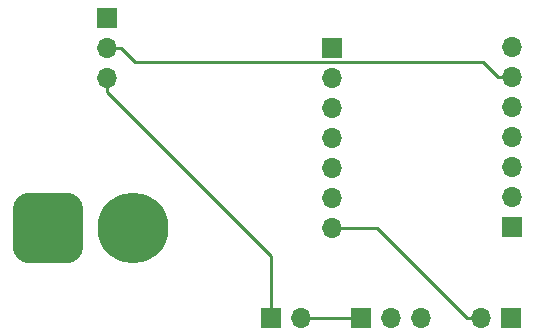
<source format=gbr>
%TF.GenerationSoftware,KiCad,Pcbnew,6.0.4-6f826c9f35~116~ubuntu20.04.1*%
%TF.CreationDate,2022-04-11T14:42:18+02:00*%
%TF.ProjectId,TestProject,54657374-5072-46f6-9a65-63742e6b6963,rev?*%
%TF.SameCoordinates,Original*%
%TF.FileFunction,Copper,L1,Top*%
%TF.FilePolarity,Positive*%
%FSLAX46Y46*%
G04 Gerber Fmt 4.6, Leading zero omitted, Abs format (unit mm)*
G04 Created by KiCad (PCBNEW 6.0.4-6f826c9f35~116~ubuntu20.04.1) date 2022-04-11 14:42:18*
%MOMM*%
%LPD*%
G01*
G04 APERTURE LIST*
G04 Aperture macros list*
%AMRoundRect*
0 Rectangle with rounded corners*
0 $1 Rounding radius*
0 $2 $3 $4 $5 $6 $7 $8 $9 X,Y pos of 4 corners*
0 Add a 4 corners polygon primitive as box body*
4,1,4,$2,$3,$4,$5,$6,$7,$8,$9,$2,$3,0*
0 Add four circle primitives for the rounded corners*
1,1,$1+$1,$2,$3*
1,1,$1+$1,$4,$5*
1,1,$1+$1,$6,$7*
1,1,$1+$1,$8,$9*
0 Add four rect primitives between the rounded corners*
20,1,$1+$1,$2,$3,$4,$5,0*
20,1,$1+$1,$4,$5,$6,$7,0*
20,1,$1+$1,$6,$7,$8,$9,0*
20,1,$1+$1,$8,$9,$2,$3,0*%
G04 Aperture macros list end*
%TA.AperFunction,ComponentPad*%
%ADD10O,1.700000X1.700000*%
%TD*%
%TA.AperFunction,ComponentPad*%
%ADD11R,1.700000X1.700000*%
%TD*%
%TA.AperFunction,ComponentPad*%
%ADD12C,6.000000*%
%TD*%
%TA.AperFunction,ComponentPad*%
%ADD13RoundRect,1.500000X-1.500000X-1.500000X1.500000X-1.500000X1.500000X1.500000X-1.500000X1.500000X0*%
%TD*%
%TA.AperFunction,Conductor*%
%ADD14C,0.250000*%
%TD*%
G04 APERTURE END LIST*
D10*
%TO.P,J6,2,Pin_2*%
%TO.N,UART TX*%
X55880000Y-40640000D03*
D11*
%TO.P,J6,1,Pin_1*%
%TO.N,UART RX*%
X58420000Y-40640000D03*
%TD*%
D10*
%TO.P,J3,7,Pin_7*%
%TO.N,UART TX*%
X43309700Y-33000000D03*
%TO.P,J3,6,Pin_6*%
%TO.N,unconnected-(J3-Pad6)*%
X43309700Y-30460000D03*
%TO.P,J3,5,Pin_5*%
%TO.N,SIG_LED*%
X43309700Y-27920000D03*
%TO.P,J3,4,Pin_4*%
%TO.N,unconnected-(J3-Pad4)*%
X43309700Y-25380000D03*
%TO.P,J3,3,Pin_3*%
%TO.N,unconnected-(J3-Pad3)*%
X43309700Y-22840000D03*
%TO.P,J3,2,Pin_2*%
%TO.N,unconnected-(J3-Pad2)*%
X43309700Y-20300000D03*
D11*
%TO.P,J3,1,Pin_1*%
%TO.N,unconnected-(J3-Pad1)*%
X43309700Y-17760000D03*
%TD*%
D12*
%TO.P,J1,2,Pin_2*%
%TO.N,Vin*%
X26460000Y-33020000D03*
D13*
%TO.P,J1,1,Pin_1*%
%TO.N,GND*%
X19260000Y-33020000D03*
%TD*%
D10*
%TO.P,J3_1,7,Pin_7*%
%TO.N,ButtonOut*%
X58549700Y-17740000D03*
%TO.P,J3_1,6,Pin_6*%
%TO.N,GND*%
X58549700Y-20280000D03*
%TO.P,J3_1,5,Pin_5*%
%TO.N,unconnected-(J3_1-Pad5)*%
X58549700Y-22820000D03*
%TO.P,J3_1,4,Pin_4*%
%TO.N,unconnected-(J3_1-Pad4)*%
X58549700Y-25360000D03*
%TO.P,J3_1,3,Pin_3*%
%TO.N,unconnected-(J3_1-Pad3)*%
X58549700Y-27900000D03*
%TO.P,J3_1,2,Pin_2*%
%TO.N,unconnected-(J3_1-Pad2)*%
X58549700Y-30440000D03*
D11*
%TO.P,J3_1,1,Pin_1*%
%TO.N,UART RX*%
X58549700Y-32980000D03*
%TD*%
D10*
%TO.P,J4,2,Pin_2*%
%TO.N,ButtonOut*%
X40640000Y-40640000D03*
D11*
%TO.P,J4,1,Pin_1*%
%TO.N,V5*%
X38100000Y-40640000D03*
%TD*%
D10*
%TO.P,J5,3,Pin_3*%
%TO.N,GND*%
X50800000Y-40640000D03*
%TO.P,J5,2,Pin_2*%
%TO.N,SIG_LED*%
X48260000Y-40640000D03*
D11*
%TO.P,J5,1,Pin_1*%
%TO.N,ButtonOut*%
X45720000Y-40640000D03*
%TD*%
D10*
%TO.P,J2,3,Pin_3*%
%TO.N,V5*%
X24224700Y-20350000D03*
%TO.P,J2,2,Pin_2*%
%TO.N,GND*%
X24224700Y-17810000D03*
D11*
%TO.P,J2,1,Pin_1*%
%TO.N,Vin*%
X24224700Y-15270000D03*
%TD*%
D14*
%TO.N,ButtonOut*%
X45720000Y-40640000D02*
X40640000Y-40640000D01*
%TO.N,UART TX*%
X47064700Y-33000000D02*
X54704700Y-40640000D01*
X43309700Y-33000000D02*
X47064700Y-33000000D01*
X55880000Y-40640000D02*
X54704700Y-40640000D01*
%TO.N,V5*%
X38100000Y-35400600D02*
X38100000Y-40640000D01*
X24224700Y-21525300D02*
X38100000Y-35400600D01*
X24224700Y-20350000D02*
X24224700Y-21525300D01*
%TO.N,GND*%
X26575300Y-18985300D02*
X25400000Y-17810000D01*
X56079700Y-18985300D02*
X26575300Y-18985300D01*
X57374400Y-20280000D02*
X56079700Y-18985300D01*
X58549700Y-20280000D02*
X57374400Y-20280000D01*
X24224700Y-17810000D02*
X25400000Y-17810000D01*
%TD*%
M02*

</source>
